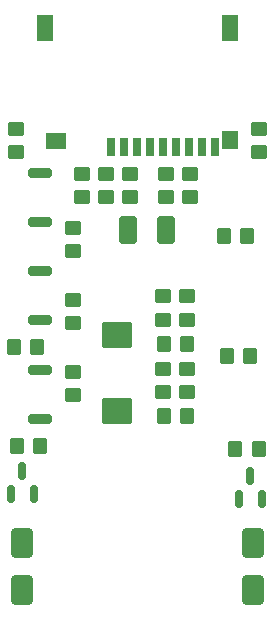
<source format=gbr>
%TF.GenerationSoftware,KiCad,Pcbnew,7.0.8*%
%TF.CreationDate,2023-10-30T21:57:11-05:00*%
%TF.ProjectId,fujinet-adam-devkit-mini,66756a69-6e65-4742-9d61-64616d2d6465,rev?*%
%TF.SameCoordinates,Original*%
%TF.FileFunction,Paste,Top*%
%TF.FilePolarity,Positive*%
%FSLAX46Y46*%
G04 Gerber Fmt 4.6, Leading zero omitted, Abs format (unit mm)*
G04 Created by KiCad (PCBNEW 7.0.8) date 2023-10-30 21:57:11*
%MOMM*%
%LPD*%
G01*
G04 APERTURE LIST*
G04 Aperture macros list*
%AMRoundRect*
0 Rectangle with rounded corners*
0 $1 Rounding radius*
0 $2 $3 $4 $5 $6 $7 $8 $9 X,Y pos of 4 corners*
0 Add a 4 corners polygon primitive as box body*
4,1,4,$2,$3,$4,$5,$6,$7,$8,$9,$2,$3,0*
0 Add four circle primitives for the rounded corners*
1,1,$1+$1,$2,$3*
1,1,$1+$1,$4,$5*
1,1,$1+$1,$6,$7*
1,1,$1+$1,$8,$9*
0 Add four rect primitives between the rounded corners*
20,1,$1+$1,$2,$3,$4,$5,0*
20,1,$1+$1,$4,$5,$6,$7,0*
20,1,$1+$1,$6,$7,$8,$9,0*
20,1,$1+$1,$8,$9,$2,$3,0*%
G04 Aperture macros list end*
%ADD10RoundRect,0.250000X0.450000X-0.350000X0.450000X0.350000X-0.450000X0.350000X-0.450000X-0.350000X0*%
%ADD11RoundRect,0.150000X0.150000X-0.587500X0.150000X0.587500X-0.150000X0.587500X-0.150000X-0.587500X0*%
%ADD12RoundRect,0.250000X-0.350000X-0.450000X0.350000X-0.450000X0.350000X0.450000X-0.350000X0.450000X0*%
%ADD13RoundRect,0.250000X-0.450000X0.350000X-0.450000X-0.350000X0.450000X-0.350000X0.450000X0.350000X0*%
%ADD14RoundRect,0.200000X0.800000X-0.200000X0.800000X0.200000X-0.800000X0.200000X-0.800000X-0.200000X0*%
%ADD15R,0.700000X1.600000*%
%ADD16R,1.400000X1.600000*%
%ADD17R,1.400000X2.200000*%
%ADD18R,1.800000X1.400000*%
%ADD19RoundRect,0.250000X0.650000X-1.000000X0.650000X1.000000X-0.650000X1.000000X-0.650000X-1.000000X0*%
%ADD20RoundRect,0.250000X1.025000X-0.875000X1.025000X0.875000X-1.025000X0.875000X-1.025000X-0.875000X0*%
%ADD21RoundRect,0.250001X0.499999X0.924999X-0.499999X0.924999X-0.499999X-0.924999X0.499999X-0.924999X0*%
%ADD22RoundRect,0.250000X0.350000X0.450000X-0.350000X0.450000X-0.350000X-0.450000X0.350000X-0.450000X0*%
%ADD23RoundRect,0.250000X-0.650000X1.000000X-0.650000X-1.000000X0.650000X-1.000000X0.650000X1.000000X0*%
G04 APERTURE END LIST*
D10*
%TO.C,R21*%
X138684000Y-112506000D03*
X138684000Y-110506000D03*
%TD*%
D11*
%TO.C,Q2*%
X133416000Y-120825500D03*
X135316000Y-120825500D03*
X134366000Y-118950500D03*
%TD*%
D12*
%TO.C,R10*%
X146320000Y-114300000D03*
X148320000Y-114300000D03*
%TD*%
D13*
%TO.C,R1*%
X154432000Y-89932000D03*
X154432000Y-91932000D03*
%TD*%
D14*
%TO.C,SW3*%
X135890000Y-114547000D03*
X135890000Y-110347000D03*
%TD*%
D15*
%TO.C,P1*%
X141875000Y-91506600D03*
X142975000Y-91506600D03*
X144075000Y-91506600D03*
X145175000Y-91506600D03*
X146275000Y-91506600D03*
X147375000Y-91506600D03*
X148475000Y-91506600D03*
X149575000Y-91506600D03*
X150675000Y-91506600D03*
D16*
X151975000Y-90906600D03*
D17*
X151975000Y-81406600D03*
X136275000Y-81406600D03*
D18*
X137175000Y-91006600D03*
%TD*%
D10*
%TO.C,R20*%
X138684000Y-106410000D03*
X138684000Y-104410000D03*
%TD*%
D13*
%TO.C,R4*%
X148590000Y-93742000D03*
X148590000Y-95742000D03*
%TD*%
D10*
%TO.C,R12*%
X146304000Y-112268000D03*
X146304000Y-110268000D03*
%TD*%
%TO.C,R14*%
X133858000Y-91932000D03*
X133858000Y-89932000D03*
%TD*%
D11*
%TO.C,Q1*%
X152720000Y-121255000D03*
X154620000Y-121255000D03*
X153670000Y-119380000D03*
%TD*%
D13*
%TO.C,R17*%
X148336000Y-104140000D03*
X148336000Y-106140000D03*
%TD*%
D19*
%TO.C,D4*%
X153924000Y-129032000D03*
X153924000Y-125032000D03*
%TD*%
D14*
%TO.C,SW1*%
X135890000Y-93658000D03*
X135890000Y-97858000D03*
%TD*%
D20*
%TO.C,C2*%
X142367000Y-113817000D03*
X142367000Y-107417000D03*
%TD*%
D14*
%TO.C,SW2*%
X135890000Y-101972000D03*
X135890000Y-106172000D03*
%TD*%
D21*
%TO.C,C1*%
X146532000Y-98552000D03*
X143282000Y-98552000D03*
%TD*%
D22*
%TO.C,R8*%
X153654000Y-109220000D03*
X151654000Y-109220000D03*
%TD*%
D10*
%TO.C,R19*%
X138684000Y-100314000D03*
X138684000Y-98314000D03*
%TD*%
D13*
%TO.C,R5*%
X139446000Y-93742000D03*
X139446000Y-95742000D03*
%TD*%
D10*
%TO.C,R18*%
X146304000Y-106140000D03*
X146304000Y-104140000D03*
%TD*%
D22*
%TO.C,R7*%
X153400000Y-99060000D03*
X151400000Y-99060000D03*
%TD*%
%TO.C,R9*%
X135620000Y-108458000D03*
X133620000Y-108458000D03*
%TD*%
D13*
%TO.C,R6*%
X141478000Y-93742000D03*
X141478000Y-95742000D03*
%TD*%
D12*
%TO.C,R16*%
X152400000Y-117094000D03*
X154400000Y-117094000D03*
%TD*%
D22*
%TO.C,R15*%
X135874000Y-116840000D03*
X133874000Y-116840000D03*
%TD*%
D10*
%TO.C,R11*%
X148336000Y-112268000D03*
X148336000Y-110268000D03*
%TD*%
D23*
%TO.C,D5*%
X134366000Y-125032000D03*
X134366000Y-129032000D03*
%TD*%
D13*
%TO.C,R3*%
X146558000Y-93742000D03*
X146558000Y-95742000D03*
%TD*%
D22*
%TO.C,R13*%
X148320000Y-108204000D03*
X146320000Y-108204000D03*
%TD*%
D13*
%TO.C,R2*%
X143510000Y-93742000D03*
X143510000Y-95742000D03*
%TD*%
M02*

</source>
